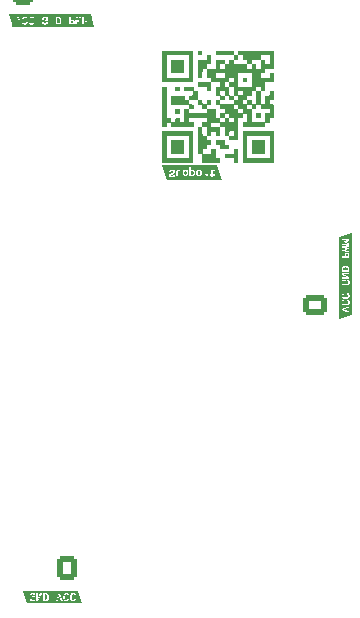
<source format=gbr>
%TF.GenerationSoftware,KiCad,Pcbnew,7.0.8*%
%TF.CreationDate,2024-01-11T14:36:18+01:00*%
%TF.ProjectId,Roborock-CPAP,526f626f-726f-4636-9b2d-435041502e6b,rev?*%
%TF.SameCoordinates,Original*%
%TF.FileFunction,Legend,Bot*%
%TF.FilePolarity,Positive*%
%FSLAX46Y46*%
G04 Gerber Fmt 4.6, Leading zero omitted, Abs format (unit mm)*
G04 Created by KiCad (PCBNEW 7.0.8) date 2024-01-11 14:36:18*
%MOMM*%
%LPD*%
G01*
G04 APERTURE LIST*
G04 Aperture macros list*
%AMRoundRect*
0 Rectangle with rounded corners*
0 $1 Rounding radius*
0 $2 $3 $4 $5 $6 $7 $8 $9 X,Y pos of 4 corners*
0 Add a 4 corners polygon primitive as box body*
4,1,4,$2,$3,$4,$5,$6,$7,$8,$9,$2,$3,0*
0 Add four circle primitives for the rounded corners*
1,1,$1+$1,$2,$3*
1,1,$1+$1,$4,$5*
1,1,$1+$1,$6,$7*
1,1,$1+$1,$8,$9*
0 Add four rect primitives between the rounded corners*
20,1,$1+$1,$2,$3,$4,$5,0*
20,1,$1+$1,$4,$5,$6,$7,0*
20,1,$1+$1,$6,$7,$8,$9,0*
20,1,$1+$1,$8,$9,$2,$3,0*%
G04 Aperture macros list end*
%ADD10C,3.600000*%
%ADD11RoundRect,0.250000X0.725000X-0.600000X0.725000X0.600000X-0.725000X0.600000X-0.725000X-0.600000X0*%
%ADD12O,1.950000X1.700000*%
%ADD13RoundRect,0.250000X-0.600000X-0.725000X0.600000X-0.725000X0.600000X0.725000X-0.600000X0.725000X0*%
%ADD14O,1.700000X1.950000*%
%ADD15RoundRect,0.250000X0.600000X0.750000X-0.600000X0.750000X-0.600000X-0.750000X0.600000X-0.750000X0*%
%ADD16O,1.700000X2.000000*%
G04 APERTURE END LIST*
%TO.C,kibuzzard-659FE8A4*%
G36*
X154494931Y-121480925D02*
G01*
X154537555Y-121497594D01*
X154567678Y-121525097D01*
X154587561Y-121565698D01*
X154598634Y-121622252D01*
X154602325Y-121697619D01*
X154598753Y-121768937D01*
X154588037Y-121822873D01*
X154568868Y-121862163D01*
X154539936Y-121889548D01*
X154499098Y-121907288D01*
X154444210Y-121917646D01*
X154399442Y-121921218D01*
X154362295Y-121922409D01*
X154362295Y-121475686D01*
X154437542Y-121472829D01*
X154494931Y-121480925D01*
G37*
G36*
X153355502Y-121168664D02*
G01*
X154147030Y-121168664D01*
X154408967Y-121168664D01*
X155691985Y-121168664D01*
X156213002Y-121168664D01*
X156784503Y-121168664D01*
X157013103Y-121168664D01*
X157211540Y-121168664D01*
X157530342Y-122231336D01*
X157211540Y-122231336D01*
X157013103Y-122231336D01*
X153086897Y-122231336D01*
X152888460Y-122231336D01*
X152728916Y-121699524D01*
X153086897Y-121699524D01*
X153089437Y-121780433D01*
X153097057Y-121847902D01*
X153109757Y-121901930D01*
X153140357Y-121962652D01*
X153186434Y-122002895D01*
X153227338Y-122019564D01*
X153278297Y-122029565D01*
X153339310Y-122032899D01*
X153418129Y-122028613D01*
X153477422Y-122015754D01*
X153520166Y-121992894D01*
X153549336Y-121958604D01*
X153567077Y-121910026D01*
X153575530Y-121844304D01*
X153457420Y-121844304D01*
X153443132Y-121895263D01*
X153407414Y-121920504D01*
X153340262Y-121928124D01*
X153293828Y-121922885D01*
X153259300Y-121907169D01*
X153234892Y-121879070D01*
X153218819Y-121836684D01*
X153209889Y-121776914D01*
X153206912Y-121696666D01*
X153210246Y-121618204D01*
X153220247Y-121559982D01*
X153237988Y-121518906D01*
X153264539Y-121491879D01*
X153302043Y-121476877D01*
X153352645Y-121471876D01*
X153411224Y-121476163D01*
X153458372Y-121490926D01*
X153458372Y-121636659D01*
X153324070Y-121636659D01*
X153324070Y-121740481D01*
X153573625Y-121740481D01*
X153573625Y-121417584D01*
X153514332Y-121392819D01*
X153464087Y-121377579D01*
X153451964Y-121375674D01*
X153659350Y-121375674D01*
X153659350Y-122023374D01*
X153807940Y-122023374D01*
X154040350Y-121515691D01*
X154043207Y-121515691D01*
X154029872Y-121650946D01*
X154029872Y-122023374D01*
X154147030Y-122023374D01*
X154240375Y-122023374D01*
X154298477Y-122026231D01*
X154350865Y-122027184D01*
X154402300Y-122025993D01*
X154435822Y-122023374D01*
X155350038Y-122023374D01*
X155473863Y-122023374D01*
X155614833Y-121518549D01*
X155619595Y-121518549D01*
X155760565Y-122023374D01*
X155884390Y-122023374D01*
X155787904Y-121698571D01*
X155957732Y-121698571D01*
X155960273Y-121779534D01*
X155967892Y-121847161D01*
X155980593Y-121901454D01*
X156011311Y-121962533D01*
X156057745Y-122002895D01*
X156099126Y-122019564D01*
X156150878Y-122029565D01*
X156213002Y-122032899D01*
X156288250Y-122028493D01*
X156344447Y-122015278D01*
X156384691Y-121991703D01*
X156412075Y-121956223D01*
X156428506Y-121906097D01*
X156435887Y-121838589D01*
X156316825Y-121838589D01*
X156304204Y-121882642D01*
X156285392Y-121910026D01*
X156256341Y-121924314D01*
X156213002Y-121929076D01*
X156166568Y-121923957D01*
X156132040Y-121908598D01*
X156107632Y-121880856D01*
X156091559Y-121838589D01*
X156082629Y-121778819D01*
X156079652Y-121698571D01*
X156529233Y-121698571D01*
X156531773Y-121779534D01*
X156539393Y-121847161D01*
X156552093Y-121901454D01*
X156582811Y-121962533D01*
X156629245Y-122002895D01*
X156670626Y-122019564D01*
X156722378Y-122029565D01*
X156784503Y-122032899D01*
X156859750Y-122028493D01*
X156915947Y-122015278D01*
X156956191Y-121991703D01*
X156983575Y-121956223D01*
X157000006Y-121906097D01*
X157007388Y-121838589D01*
X156888325Y-121838589D01*
X156875704Y-121882642D01*
X156856893Y-121910026D01*
X156827841Y-121924314D01*
X156784503Y-121929076D01*
X156738068Y-121923957D01*
X156703540Y-121908598D01*
X156679132Y-121880856D01*
X156663059Y-121838589D01*
X156654129Y-121778819D01*
X156651153Y-121698571D01*
X156654129Y-121619276D01*
X156663059Y-121560459D01*
X156679132Y-121518906D01*
X156703540Y-121491403D01*
X156738068Y-121476043D01*
X156784503Y-121470924D01*
X156832366Y-121475329D01*
X156863560Y-121488545D01*
X156894040Y-121555696D01*
X157013103Y-121555696D01*
X157004054Y-121489855D01*
X156986433Y-121440920D01*
X156958215Y-121406392D01*
X156917376Y-121383770D01*
X156860583Y-121371268D01*
X156784503Y-121367101D01*
X156722378Y-121370435D01*
X156670626Y-121380436D01*
X156629245Y-121397105D01*
X156582811Y-121437229D01*
X156552093Y-121497594D01*
X156539393Y-121551251D01*
X156531773Y-121618244D01*
X156529233Y-121698571D01*
X156079652Y-121698571D01*
X156082629Y-121619276D01*
X156091559Y-121560459D01*
X156107632Y-121518906D01*
X156132040Y-121491403D01*
X156166568Y-121476043D01*
X156213002Y-121470924D01*
X156260866Y-121475329D01*
X156292060Y-121488545D01*
X156322540Y-121555696D01*
X156441603Y-121555696D01*
X156432554Y-121489855D01*
X156414933Y-121440920D01*
X156386715Y-121406392D01*
X156345876Y-121383770D01*
X156289083Y-121371268D01*
X156213002Y-121367101D01*
X156150878Y-121370435D01*
X156099126Y-121380436D01*
X156057745Y-121397105D01*
X156011311Y-121437229D01*
X155980593Y-121497594D01*
X155967892Y-121551251D01*
X155960273Y-121618244D01*
X155957732Y-121698571D01*
X155787904Y-121698571D01*
X155691985Y-121375674D01*
X155542443Y-121375674D01*
X155350038Y-122023374D01*
X154435822Y-122023374D01*
X154448020Y-122022421D01*
X154514960Y-122012896D01*
X154570998Y-121998291D01*
X154616136Y-121978606D01*
X154666976Y-121936815D01*
X154700432Y-121878118D01*
X154714191Y-121827476D01*
X154722446Y-121765088D01*
X154725197Y-121690951D01*
X154722022Y-121613428D01*
X154712497Y-121548500D01*
X154696622Y-121496165D01*
X154658284Y-121436991D01*
X154600420Y-121397581D01*
X154549091Y-121381177D01*
X154485273Y-121371335D01*
X154408967Y-121368054D01*
X154358908Y-121368900D01*
X154302711Y-121371440D01*
X154240375Y-121375674D01*
X154240375Y-122023374D01*
X154147030Y-122023374D01*
X154147030Y-121375674D01*
X153998440Y-121375674D01*
X153766030Y-121883356D01*
X153763172Y-121883356D01*
X153776507Y-121748101D01*
X153776507Y-121375674D01*
X153659350Y-121375674D01*
X153451964Y-121375674D01*
X153414081Y-121369721D01*
X153355502Y-121367101D01*
X153290415Y-121370435D01*
X153236122Y-121380436D01*
X153192625Y-121397105D01*
X153143690Y-121437348D01*
X153111186Y-121498070D01*
X153097692Y-121551992D01*
X153089596Y-121619143D01*
X153086897Y-121699524D01*
X152728916Y-121699524D01*
X152569658Y-121168664D01*
X152888460Y-121168664D01*
X153086897Y-121168664D01*
X153355502Y-121168664D01*
G37*
%TO.C,kibuzzard-659E706B*%
G36*
X156692599Y-72920003D02*
G01*
X156731651Y-72927146D01*
X156777371Y-72958579D01*
X156790706Y-73021444D01*
X156775466Y-73081451D01*
X156724508Y-73111455D01*
X156681288Y-73118242D01*
X156623066Y-73120504D01*
X156580204Y-73120504D01*
X156580204Y-72917621D01*
X156640211Y-72917621D01*
X156692599Y-72920003D01*
G37*
G36*
X155548884Y-72680925D02*
G01*
X155591509Y-72697594D01*
X155621632Y-72725097D01*
X155641515Y-72765698D01*
X155652588Y-72822252D01*
X155656279Y-72897619D01*
X155652707Y-72968937D01*
X155641991Y-73022873D01*
X155622822Y-73062163D01*
X155593890Y-73089548D01*
X155553052Y-73107288D01*
X155498164Y-73117646D01*
X155453396Y-73121218D01*
X155416249Y-73122409D01*
X155416249Y-72675686D01*
X155491496Y-72672829D01*
X155548884Y-72680925D01*
G37*
G36*
X152173939Y-72368664D02*
G01*
X152694956Y-72368664D01*
X153266456Y-72368664D01*
X154409456Y-72368664D01*
X155200984Y-72368664D01*
X155462921Y-72368664D01*
X156580204Y-72368664D01*
X157445074Y-72368664D01*
X158068009Y-72368664D01*
X158266446Y-72368664D01*
X158585248Y-73431336D01*
X158266446Y-73431336D01*
X158068009Y-73431336D01*
X151831991Y-73431336D01*
X151633554Y-73431336D01*
X151571165Y-73223374D01*
X151831991Y-73223374D01*
X151955816Y-73223374D01*
X152096786Y-72718549D01*
X152101549Y-72718549D01*
X152242519Y-73223374D01*
X152366344Y-73223374D01*
X152269858Y-72898571D01*
X152439686Y-72898571D01*
X152442226Y-72979534D01*
X152449846Y-73047161D01*
X152462546Y-73101454D01*
X152493264Y-73162533D01*
X152539699Y-73202895D01*
X152581080Y-73219564D01*
X152632832Y-73229565D01*
X152694956Y-73232899D01*
X152770204Y-73228493D01*
X152826401Y-73215278D01*
X152866644Y-73191703D01*
X152894029Y-73156223D01*
X152910459Y-73106097D01*
X152917841Y-73038589D01*
X152798779Y-73038589D01*
X152786158Y-73082642D01*
X152767346Y-73110026D01*
X152738295Y-73124314D01*
X152694956Y-73129076D01*
X152648522Y-73123957D01*
X152613994Y-73108598D01*
X152589586Y-73080856D01*
X152573512Y-73038589D01*
X152564583Y-72978819D01*
X152561606Y-72898571D01*
X153011186Y-72898571D01*
X153013726Y-72979534D01*
X153021346Y-73047161D01*
X153034046Y-73101454D01*
X153064764Y-73162533D01*
X153111199Y-73202895D01*
X153152580Y-73219564D01*
X153204332Y-73229565D01*
X153266456Y-73232899D01*
X153341704Y-73228493D01*
X153397901Y-73215278D01*
X153438144Y-73191703D01*
X153465529Y-73156223D01*
X153481959Y-73106097D01*
X153489341Y-73038589D01*
X153370279Y-73038589D01*
X153357658Y-73082642D01*
X153338846Y-73110026D01*
X153309795Y-73124314D01*
X153266456Y-73129076D01*
X153220022Y-73123957D01*
X153185494Y-73108598D01*
X153161086Y-73080856D01*
X153145012Y-73038589D01*
X153136083Y-72978819D01*
X153133141Y-72899524D01*
X154140851Y-72899524D01*
X154143391Y-72980433D01*
X154151011Y-73047902D01*
X154163711Y-73101930D01*
X154194310Y-73162652D01*
X154240387Y-73202895D01*
X154281292Y-73219564D01*
X154332251Y-73229565D01*
X154393264Y-73232899D01*
X154472083Y-73228613D01*
X154531376Y-73215754D01*
X154574120Y-73192894D01*
X154603290Y-73158604D01*
X154621030Y-73110026D01*
X154629484Y-73044304D01*
X154511374Y-73044304D01*
X154497086Y-73095263D01*
X154461367Y-73120504D01*
X154394216Y-73128124D01*
X154347782Y-73122885D01*
X154313254Y-73107169D01*
X154288846Y-73079070D01*
X154272772Y-73036684D01*
X154263843Y-72976914D01*
X154260866Y-72896666D01*
X154264200Y-72818204D01*
X154274201Y-72759982D01*
X154291942Y-72718906D01*
X154318492Y-72691879D01*
X154355997Y-72676877D01*
X154406599Y-72671876D01*
X154465177Y-72676163D01*
X154512326Y-72690926D01*
X154512326Y-72836659D01*
X154378024Y-72836659D01*
X154378024Y-72940481D01*
X154627579Y-72940481D01*
X154627579Y-72617584D01*
X154568286Y-72592819D01*
X154518041Y-72577579D01*
X154505918Y-72575674D01*
X154713304Y-72575674D01*
X154713304Y-73223374D01*
X154861894Y-73223374D01*
X155094304Y-72715691D01*
X155097161Y-72715691D01*
X155083826Y-72850946D01*
X155083826Y-73223374D01*
X155200984Y-73223374D01*
X155294329Y-73223374D01*
X155352431Y-73226231D01*
X155404819Y-73227184D01*
X155456254Y-73225993D01*
X155489776Y-73223374D01*
X156458284Y-73223374D01*
X156606874Y-73226231D01*
X156680798Y-73224168D01*
X156688717Y-73223374D01*
X156964061Y-73223374D01*
X157068836Y-73223374D01*
X157105984Y-72713786D01*
X157106936Y-72713786D01*
X157113604Y-72831896D01*
X157174564Y-73223374D01*
X157311724Y-73223374D01*
X157370779Y-72831896D01*
X157378399Y-72713786D01*
X157379351Y-72713786D01*
X157417451Y-73223374D01*
X157522226Y-73223374D01*
X157445074Y-72575674D01*
X157562231Y-72575674D01*
X157562231Y-73223374D01*
X157706059Y-73223374D01*
X157809881Y-72912859D01*
X157820359Y-72912859D01*
X157926086Y-73223374D01*
X158068009Y-73223374D01*
X158068009Y-72575674D01*
X157955614Y-72575674D01*
X157955614Y-72903334D01*
X157967044Y-73071926D01*
X157963234Y-73071926D01*
X157863221Y-72791891D01*
X157767019Y-72791891D01*
X157667006Y-73071926D01*
X157663196Y-73071926D01*
X157674626Y-72903334D01*
X157674626Y-72575674D01*
X157562231Y-72575674D01*
X157445074Y-72575674D01*
X157318391Y-72575674D01*
X157245049Y-73139554D01*
X157241239Y-73139554D01*
X157166944Y-72575674D01*
X157041214Y-72575674D01*
X156964061Y-73223374D01*
X156688717Y-73223374D01*
X156742552Y-73217976D01*
X156792135Y-73207658D01*
X156847856Y-73182535D01*
X156884528Y-73144316D01*
X156904887Y-73090262D01*
X156911674Y-73017634D01*
X156905840Y-72945958D01*
X156888338Y-72892856D01*
X156856786Y-72855352D01*
X156808804Y-72830468D01*
X156766153Y-72820149D01*
X156713130Y-72813957D01*
X156649736Y-72811894D01*
X156580204Y-72811894D01*
X156580204Y-72575674D01*
X156458284Y-72575674D01*
X156458284Y-73223374D01*
X155489776Y-73223374D01*
X155501974Y-73222421D01*
X155568913Y-73212896D01*
X155624952Y-73198291D01*
X155670090Y-73178606D01*
X155720930Y-73136815D01*
X155754386Y-73078118D01*
X155768145Y-73027476D01*
X155776400Y-72965088D01*
X155779151Y-72890951D01*
X155775976Y-72813428D01*
X155766451Y-72748500D01*
X155750576Y-72696165D01*
X155712238Y-72636991D01*
X155654374Y-72597581D01*
X155603045Y-72581177D01*
X155539227Y-72571335D01*
X155462921Y-72568054D01*
X155412862Y-72568900D01*
X155356665Y-72571440D01*
X155294329Y-72575674D01*
X155294329Y-73223374D01*
X155200984Y-73223374D01*
X155200984Y-72575674D01*
X155052394Y-72575674D01*
X154819984Y-73083356D01*
X154817126Y-73083356D01*
X154830461Y-72948101D01*
X154830461Y-72575674D01*
X154713304Y-72575674D01*
X154505918Y-72575674D01*
X154468035Y-72569721D01*
X154409456Y-72567101D01*
X154344369Y-72570435D01*
X154290076Y-72580436D01*
X154246579Y-72597105D01*
X154197644Y-72637348D01*
X154165140Y-72698070D01*
X154151646Y-72751992D01*
X154143550Y-72819143D01*
X154140851Y-72899524D01*
X153133141Y-72899524D01*
X153133106Y-72898571D01*
X153136083Y-72819276D01*
X153145012Y-72760459D01*
X153161086Y-72718906D01*
X153185494Y-72691403D01*
X153220022Y-72676043D01*
X153266456Y-72670924D01*
X153314319Y-72675329D01*
X153345514Y-72688545D01*
X153375994Y-72755696D01*
X153495056Y-72755696D01*
X153486007Y-72689855D01*
X153468386Y-72640920D01*
X153440168Y-72606392D01*
X153399330Y-72583770D01*
X153342537Y-72571268D01*
X153266456Y-72567101D01*
X153204332Y-72570435D01*
X153152580Y-72580436D01*
X153111199Y-72597105D01*
X153064764Y-72637229D01*
X153034046Y-72697594D01*
X153021346Y-72751251D01*
X153013726Y-72818244D01*
X153011186Y-72898571D01*
X152561606Y-72898571D01*
X152564583Y-72819276D01*
X152573512Y-72760459D01*
X152589586Y-72718906D01*
X152613994Y-72691403D01*
X152648522Y-72676043D01*
X152694956Y-72670924D01*
X152742819Y-72675329D01*
X152774014Y-72688545D01*
X152804494Y-72755696D01*
X152923556Y-72755696D01*
X152914507Y-72689855D01*
X152896886Y-72640920D01*
X152868668Y-72606392D01*
X152827830Y-72583770D01*
X152771037Y-72571268D01*
X152694956Y-72567101D01*
X152632832Y-72570435D01*
X152581080Y-72580436D01*
X152539699Y-72597105D01*
X152493264Y-72637229D01*
X152462546Y-72697594D01*
X152449846Y-72751251D01*
X152442226Y-72818244D01*
X152439686Y-72898571D01*
X152269858Y-72898571D01*
X152173939Y-72575674D01*
X152024396Y-72575674D01*
X151831991Y-73223374D01*
X151571165Y-73223374D01*
X151314752Y-72368664D01*
X151633554Y-72368664D01*
X151831991Y-72368664D01*
X152173939Y-72368664D01*
G37*
%TO.C,kibuzzard-659FE543*%
G36*
X166357557Y-85628556D02*
G01*
X166394705Y-85676657D01*
X166402920Y-85717496D01*
X166405659Y-85772384D01*
X166402920Y-85828105D01*
X166394705Y-85869539D01*
X166357557Y-85918116D01*
X166282786Y-85932404D01*
X166215159Y-85918116D01*
X166181345Y-85869539D01*
X166173844Y-85828105D01*
X166171344Y-85772384D01*
X166173844Y-85717496D01*
X166181345Y-85676657D01*
X166215159Y-85628556D01*
X166282786Y-85614269D01*
X166357557Y-85628556D01*
G37*
G36*
X166929057Y-85628556D02*
G01*
X166966205Y-85676657D01*
X166974420Y-85717496D01*
X166977159Y-85772384D01*
X166974420Y-85828105D01*
X166966205Y-85869539D01*
X166929057Y-85918116D01*
X166854286Y-85932404D01*
X166786659Y-85918116D01*
X166752845Y-85869539D01*
X166745344Y-85828105D01*
X166742844Y-85772384D01*
X166745344Y-85717496D01*
X166752845Y-85676657D01*
X166786659Y-85628556D01*
X166854286Y-85614269D01*
X166929057Y-85628556D01*
G37*
G36*
X167511987Y-85628556D02*
G01*
X167548182Y-85676657D01*
X167556398Y-85717734D01*
X167559136Y-85773336D01*
X167556398Y-85829772D01*
X167548182Y-85871444D01*
X167511987Y-85920497D01*
X167439121Y-85935261D01*
X167366255Y-85920497D01*
X167330060Y-85871444D01*
X167321845Y-85829772D01*
X167319106Y-85773336D01*
X167321845Y-85717734D01*
X167330060Y-85676657D01*
X167366255Y-85628556D01*
X167439121Y-85614269D01*
X167511987Y-85628556D01*
G37*
G36*
X165155026Y-85120556D02*
G01*
X165669376Y-85120556D01*
X166173249Y-85120556D01*
X166744749Y-85120556D01*
X167439121Y-85120556D01*
X167945851Y-85120556D01*
X168644034Y-85120556D01*
X168795481Y-85120556D01*
X168993919Y-85120556D01*
X169371585Y-86379444D01*
X168993919Y-86379444D01*
X168795481Y-86379444D01*
X164904519Y-86379444D01*
X164706081Y-86379444D01*
X164507961Y-85719044D01*
X164907376Y-85719044D01*
X165026439Y-85719044D01*
X165041679Y-85657607D01*
X165082160Y-85627604D01*
X165116331Y-85621174D01*
X165162646Y-85619031D01*
X165233607Y-85625699D01*
X165269326Y-85649035D01*
X165279804Y-85696184D01*
X165264564Y-85744761D01*
X165214557Y-85781432D01*
X165172528Y-85798697D01*
X165115974Y-85817151D01*
X165045132Y-85841083D01*
X164992625Y-85865252D01*
X164955597Y-85891803D01*
X164931189Y-85922879D01*
X164917616Y-85960741D01*
X164913091Y-86007651D01*
X164918449Y-86067659D01*
X164934522Y-86112426D01*
X164963336Y-86144216D01*
X165006912Y-86165290D01*
X165068468Y-86177077D01*
X165151216Y-86181006D01*
X165232298Y-86176958D01*
X165292662Y-86164814D01*
X165335644Y-86142906D01*
X165364576Y-86109569D01*
X165380769Y-86062182D01*
X165383832Y-86020986D01*
X165501736Y-86020986D01*
X165617941Y-86020986D01*
X165617941Y-85704756D01*
X165635562Y-85633319D01*
X165702714Y-85614269D01*
X165747243Y-85617602D01*
X165779866Y-85627604D01*
X165817966Y-85672847D01*
X165826539Y-85711543D01*
X165829396Y-85763811D01*
X165829396Y-86020986D01*
X165945601Y-86020986D01*
X166057996Y-86020986D01*
X166173249Y-86020986D01*
X166173249Y-85972409D01*
X166180869Y-85972409D01*
X166238019Y-86019081D01*
X166307551Y-86031464D01*
X166382561Y-86025630D01*
X166397282Y-86020986D01*
X166629496Y-86020986D01*
X166744749Y-86020986D01*
X166744749Y-85972409D01*
X166752369Y-85972409D01*
X166809519Y-86019081D01*
X166879051Y-86031464D01*
X166954061Y-86025630D01*
X167009544Y-86008127D01*
X167048715Y-85976814D01*
X167074790Y-85929546D01*
X167085638Y-85887530D01*
X167092147Y-85835143D01*
X167094283Y-85773336D01*
X167202901Y-85773336D01*
X167205282Y-85836625D01*
X167212426Y-85889330D01*
X167224332Y-85931451D01*
X167252908Y-85978719D01*
X167295770Y-86010032D01*
X167356611Y-86027535D01*
X167439121Y-86033369D01*
X167521632Y-86027535D01*
X167544397Y-86020986D01*
X167831551Y-86020986D01*
X167936326Y-86020986D01*
X167931564Y-85919069D01*
X167942041Y-85919069D01*
X167972283Y-85968122D01*
X167992524Y-85997174D01*
X168024909Y-86020986D01*
X168087774Y-86025749D01*
X168150639Y-86025272D01*
X168209694Y-86023844D01*
X168209694Y-85922879D01*
X168357331Y-85922879D01*
X168380191Y-86020986D01*
X168484014Y-86020986D01*
X168484014Y-86121951D01*
X168594504Y-86168624D01*
X168594504Y-86020986D01*
X168780241Y-86020986D01*
X168780241Y-85922879D01*
X168594504Y-85922879D01*
X168594504Y-85686659D01*
X168599743Y-85641891D01*
X168622603Y-85620936D01*
X168676419Y-85614269D01*
X168726663Y-85617126D01*
X168795481Y-85625699D01*
X168795481Y-85525686D01*
X168708089Y-85516399D01*
X168644034Y-85513304D01*
X168583788Y-85517828D01*
X168540211Y-85531401D01*
X168492586Y-85585217D01*
X168483299Y-85627485D01*
X168480204Y-85682849D01*
X168480204Y-85922879D01*
X168357331Y-85922879D01*
X168209694Y-85922879D01*
X168209694Y-85909544D01*
X168151591Y-85910496D01*
X168085869Y-85909306D01*
X168037291Y-85905734D01*
X167996334Y-85880969D01*
X167960139Y-85828105D01*
X167945851Y-85768574D01*
X167945851Y-85523781D01*
X167831551Y-85523781D01*
X167831551Y-86020986D01*
X167544397Y-86020986D01*
X167582473Y-86010032D01*
X167625335Y-85978719D01*
X167653910Y-85931451D01*
X167665816Y-85889330D01*
X167672960Y-85836625D01*
X167675341Y-85773336D01*
X167672960Y-85710630D01*
X167665816Y-85658401D01*
X167653910Y-85616650D01*
X167625216Y-85569739D01*
X167581996Y-85538545D01*
X167521036Y-85521043D01*
X167439121Y-85515209D01*
X167357206Y-85521043D01*
X167296246Y-85538545D01*
X167253027Y-85569739D01*
X167224332Y-85616650D01*
X167212426Y-85658401D01*
X167205282Y-85710630D01*
X167202901Y-85773336D01*
X167094283Y-85773336D01*
X167094316Y-85772384D01*
X167092200Y-85710207D01*
X167085850Y-85658295D01*
X167075266Y-85616650D01*
X167049668Y-85569739D01*
X167010972Y-85538545D01*
X166956085Y-85521043D01*
X166881909Y-85515209D01*
X166837141Y-85518304D01*
X166803804Y-85527591D01*
X166752369Y-85574264D01*
X166744749Y-85574264D01*
X166744749Y-85318994D01*
X166629496Y-85318994D01*
X166629496Y-86020986D01*
X166397282Y-86020986D01*
X166438044Y-86008127D01*
X166477215Y-85976814D01*
X166503290Y-85929546D01*
X166514138Y-85887530D01*
X166520647Y-85835143D01*
X166522816Y-85772384D01*
X166520700Y-85710207D01*
X166514350Y-85658295D01*
X166503766Y-85616650D01*
X166478168Y-85569739D01*
X166439472Y-85538545D01*
X166384585Y-85521043D01*
X166310409Y-85515209D01*
X166265641Y-85518304D01*
X166232304Y-85527591D01*
X166180869Y-85574264D01*
X166173249Y-85574264D01*
X166173249Y-85318994D01*
X166057996Y-85318994D01*
X166057996Y-86020986D01*
X165945601Y-86020986D01*
X165945601Y-85523781D01*
X165829396Y-85523781D01*
X165829396Y-85593314D01*
X165821776Y-85593314D01*
X165795225Y-85555571D01*
X165765102Y-85531877D01*
X165725217Y-85519376D01*
X165669376Y-85515209D01*
X165611155Y-85519495D01*
X165567935Y-85532354D01*
X165537336Y-85555452D01*
X165516976Y-85590456D01*
X165505546Y-85639986D01*
X165501736Y-85706661D01*
X165501736Y-86020986D01*
X165383832Y-86020986D01*
X165385531Y-85998126D01*
X165264564Y-85998126D01*
X165250752Y-86046227D01*
X165215510Y-86070040D01*
X165147406Y-86077184D01*
X165077397Y-86070516D01*
X165042631Y-86048609D01*
X165032154Y-86003841D01*
X165068825Y-85954787D01*
X165119903Y-85931332D01*
X165199794Y-85903829D01*
X165268969Y-85878826D01*
X165320285Y-85853346D01*
X165356599Y-85824890D01*
X165380769Y-85790957D01*
X165394342Y-85749167D01*
X165398866Y-85697136D01*
X165393389Y-85633795D01*
X165376959Y-85586646D01*
X165347550Y-85553309D01*
X165303140Y-85531401D01*
X165240156Y-85519257D01*
X165155026Y-85515209D01*
X165067277Y-85519733D01*
X165002150Y-85533306D01*
X164956311Y-85557833D01*
X164926426Y-85595219D01*
X164910710Y-85648082D01*
X164907376Y-85719044D01*
X164507961Y-85719044D01*
X164328415Y-85120556D01*
X164706081Y-85120556D01*
X164904519Y-85120556D01*
X165155026Y-85120556D01*
G37*
%TO.C,kibuzzard-659E705B*%
G36*
X180031451Y-92674534D02*
G01*
X180061455Y-92725492D01*
X180068242Y-92768712D01*
X180070504Y-92826934D01*
X180070504Y-92869796D01*
X179867621Y-92869796D01*
X179867621Y-92809789D01*
X179870003Y-92757401D01*
X179877146Y-92718349D01*
X179908579Y-92672629D01*
X179971444Y-92659294D01*
X180031451Y-92674534D01*
G37*
G36*
X179918937Y-93797293D02*
G01*
X179972873Y-93808009D01*
X180012163Y-93827178D01*
X180039548Y-93856110D01*
X180057288Y-93896948D01*
X180067646Y-93951836D01*
X180071218Y-93996604D01*
X180072409Y-94033751D01*
X179625686Y-94033751D01*
X179622829Y-93958504D01*
X179630925Y-93901116D01*
X179647594Y-93858491D01*
X179675097Y-93828368D01*
X179715698Y-93808485D01*
X179772252Y-93797412D01*
X179847619Y-93793721D01*
X179918937Y-93797293D01*
G37*
G36*
X180381336Y-91183554D02*
G01*
X180381336Y-91381991D01*
X180381336Y-97618009D01*
X180381336Y-97816446D01*
X179318664Y-98135248D01*
X179318664Y-97816446D01*
X179318664Y-97618009D01*
X179318664Y-97276061D01*
X179525674Y-97276061D01*
X179525674Y-97425604D01*
X180173374Y-97618009D01*
X180173374Y-97494184D01*
X179668549Y-97353214D01*
X179668549Y-97348451D01*
X180173374Y-97207481D01*
X180173374Y-97083656D01*
X179525674Y-97276061D01*
X179318664Y-97276061D01*
X179318664Y-96755044D01*
X179517101Y-96755044D01*
X179520435Y-96817168D01*
X179530436Y-96868920D01*
X179547105Y-96910301D01*
X179587229Y-96956736D01*
X179647594Y-96987454D01*
X179701251Y-97000154D01*
X179768244Y-97007774D01*
X179848571Y-97010314D01*
X179929534Y-97007774D01*
X179997161Y-97000154D01*
X180051454Y-96987454D01*
X180112533Y-96956736D01*
X180152895Y-96910301D01*
X180169564Y-96868920D01*
X180179565Y-96817168D01*
X180182899Y-96755044D01*
X180178493Y-96679796D01*
X180165278Y-96623599D01*
X180141703Y-96583356D01*
X180106223Y-96555971D01*
X180056097Y-96539541D01*
X179988589Y-96532159D01*
X179988589Y-96651221D01*
X180032642Y-96663842D01*
X180060026Y-96682654D01*
X180074314Y-96711705D01*
X180079076Y-96755044D01*
X180073957Y-96801478D01*
X180058598Y-96836006D01*
X180030856Y-96860414D01*
X179988589Y-96876488D01*
X179928819Y-96885417D01*
X179848571Y-96888394D01*
X179769276Y-96885417D01*
X179710459Y-96876488D01*
X179668906Y-96860414D01*
X179641403Y-96836006D01*
X179626043Y-96801478D01*
X179620924Y-96755044D01*
X179625329Y-96707181D01*
X179638545Y-96675986D01*
X179705696Y-96645506D01*
X179705696Y-96526444D01*
X179639855Y-96535493D01*
X179590920Y-96553114D01*
X179556392Y-96581332D01*
X179533770Y-96622170D01*
X179521268Y-96678963D01*
X179517101Y-96755044D01*
X179318664Y-96755044D01*
X179318664Y-96183544D01*
X179517101Y-96183544D01*
X179520435Y-96245668D01*
X179530436Y-96297420D01*
X179547105Y-96338801D01*
X179587229Y-96385236D01*
X179647594Y-96415954D01*
X179701251Y-96428654D01*
X179768244Y-96436274D01*
X179848571Y-96438814D01*
X179929534Y-96436274D01*
X179997161Y-96428654D01*
X180051454Y-96415954D01*
X180112533Y-96385236D01*
X180152895Y-96338801D01*
X180169564Y-96297420D01*
X180179565Y-96245668D01*
X180182899Y-96183544D01*
X180178493Y-96108296D01*
X180165278Y-96052099D01*
X180141703Y-96011856D01*
X180106223Y-95984471D01*
X180056097Y-95968041D01*
X179988589Y-95960659D01*
X179988589Y-96079721D01*
X180032642Y-96092342D01*
X180060026Y-96111154D01*
X180074314Y-96140205D01*
X180079076Y-96183544D01*
X180073957Y-96229978D01*
X180058598Y-96264506D01*
X180030856Y-96288914D01*
X179988589Y-96304988D01*
X179928819Y-96313917D01*
X179848571Y-96316894D01*
X179769276Y-96313917D01*
X179710459Y-96304988D01*
X179668906Y-96288914D01*
X179641403Y-96264506D01*
X179626043Y-96229978D01*
X179620924Y-96183544D01*
X179625329Y-96135681D01*
X179638545Y-96104486D01*
X179705696Y-96074006D01*
X179705696Y-95954944D01*
X179639855Y-95963993D01*
X179590920Y-95981614D01*
X179556392Y-96009832D01*
X179533770Y-96050670D01*
X179521268Y-96107463D01*
X179517101Y-96183544D01*
X179318664Y-96183544D01*
X179318664Y-95040544D01*
X179517101Y-95040544D01*
X179520435Y-95105631D01*
X179530436Y-95159924D01*
X179547105Y-95203421D01*
X179587348Y-95252356D01*
X179648070Y-95284860D01*
X179701992Y-95298354D01*
X179769143Y-95306450D01*
X179849524Y-95309149D01*
X179930433Y-95306609D01*
X179997902Y-95298989D01*
X180051930Y-95286289D01*
X180112652Y-95255690D01*
X180152895Y-95209613D01*
X180169564Y-95168708D01*
X180179565Y-95117749D01*
X180182899Y-95056736D01*
X180178613Y-94977917D01*
X180165754Y-94918624D01*
X180142894Y-94875880D01*
X180108604Y-94846710D01*
X180060026Y-94828970D01*
X179994304Y-94820516D01*
X179994304Y-94938626D01*
X180045263Y-94952914D01*
X180070504Y-94988633D01*
X180078124Y-95055784D01*
X180072885Y-95102218D01*
X180057169Y-95136746D01*
X180029070Y-95161154D01*
X179986684Y-95177228D01*
X179926914Y-95186157D01*
X179846666Y-95189134D01*
X179768204Y-95185800D01*
X179709982Y-95175799D01*
X179668906Y-95158058D01*
X179641879Y-95131508D01*
X179626877Y-95094003D01*
X179621876Y-95043401D01*
X179626163Y-94984823D01*
X179640926Y-94937674D01*
X179786659Y-94937674D01*
X179786659Y-95071976D01*
X179890481Y-95071976D01*
X179890481Y-94822421D01*
X179567584Y-94822421D01*
X179542819Y-94881714D01*
X179527579Y-94931959D01*
X179519721Y-94981965D01*
X179517101Y-95040544D01*
X179318664Y-95040544D01*
X179318664Y-94249016D01*
X179525674Y-94249016D01*
X179525674Y-94397606D01*
X180033356Y-94630016D01*
X180033356Y-94632874D01*
X179898101Y-94619539D01*
X179525674Y-94619539D01*
X179525674Y-94736696D01*
X180173374Y-94736696D01*
X180173374Y-94588106D01*
X179665691Y-94355696D01*
X179665691Y-94352839D01*
X179800946Y-94366174D01*
X180173374Y-94366174D01*
X180173374Y-94249016D01*
X179525674Y-94249016D01*
X179318664Y-94249016D01*
X179318664Y-93987079D01*
X179518054Y-93987079D01*
X179518900Y-94037138D01*
X179521440Y-94093335D01*
X179525674Y-94155671D01*
X180173374Y-94155671D01*
X180176231Y-94097569D01*
X180177184Y-94045181D01*
X180175993Y-93993746D01*
X180172421Y-93948026D01*
X180162896Y-93881087D01*
X180148291Y-93825048D01*
X180128606Y-93779910D01*
X180086815Y-93729070D01*
X180028118Y-93695614D01*
X179977476Y-93681855D01*
X179915088Y-93673600D01*
X179840951Y-93670849D01*
X179763428Y-93674024D01*
X179698500Y-93683549D01*
X179646165Y-93699424D01*
X179586991Y-93737762D01*
X179547581Y-93795626D01*
X179531177Y-93846955D01*
X179521335Y-93910773D01*
X179518054Y-93987079D01*
X179318664Y-93987079D01*
X179318664Y-92869796D01*
X179525674Y-92869796D01*
X179525674Y-92991716D01*
X180173374Y-92991716D01*
X180176231Y-92843126D01*
X180174168Y-92769202D01*
X180167976Y-92707448D01*
X180157658Y-92657865D01*
X180132535Y-92602144D01*
X180094316Y-92565472D01*
X180040262Y-92545113D01*
X179967634Y-92538326D01*
X179895958Y-92544160D01*
X179842856Y-92561662D01*
X179805352Y-92593214D01*
X179780468Y-92641196D01*
X179770149Y-92683847D01*
X179763957Y-92736870D01*
X179761894Y-92800264D01*
X179761894Y-92869796D01*
X179525674Y-92869796D01*
X179318664Y-92869796D01*
X179318664Y-92004926D01*
X179525674Y-92004926D01*
X179525674Y-92131609D01*
X180089554Y-92204951D01*
X180089554Y-92208761D01*
X179525674Y-92283056D01*
X179525674Y-92408786D01*
X180173374Y-92485939D01*
X180173374Y-92381164D01*
X179663786Y-92344016D01*
X179663786Y-92343064D01*
X179781896Y-92336396D01*
X180173374Y-92275436D01*
X180173374Y-92138276D01*
X179781896Y-92079221D01*
X179663786Y-92071601D01*
X179663786Y-92070649D01*
X180173374Y-92032549D01*
X180173374Y-91927774D01*
X179525674Y-92004926D01*
X179318664Y-92004926D01*
X179318664Y-91381991D01*
X179525674Y-91381991D01*
X179525674Y-91494386D01*
X179853334Y-91494386D01*
X180021926Y-91482956D01*
X180021926Y-91486766D01*
X179741891Y-91586779D01*
X179741891Y-91682981D01*
X180021926Y-91782994D01*
X180021926Y-91786804D01*
X179853334Y-91775374D01*
X179525674Y-91775374D01*
X179525674Y-91887769D01*
X180173374Y-91887769D01*
X180173374Y-91743941D01*
X179862859Y-91640119D01*
X179862859Y-91629641D01*
X180173374Y-91523914D01*
X180173374Y-91381991D01*
X179525674Y-91381991D01*
X179318664Y-91381991D01*
X179318664Y-91183554D01*
X180381336Y-90864752D01*
X180381336Y-91183554D01*
G37*
%TO.C,G\u002A\u002A\u002A*%
G36*
X165833510Y-78678687D02*
G01*
X165833510Y-78872309D01*
X165639888Y-78872309D01*
X165446266Y-78872309D01*
X165446266Y-78678687D01*
X165446266Y-78485065D01*
X165639888Y-78485065D01*
X165833510Y-78485065D01*
X165833510Y-78678687D01*
G37*
G36*
X165833510Y-80575389D02*
G01*
X165833510Y-80769010D01*
X165639888Y-80769010D01*
X165446266Y-80769010D01*
X165446266Y-80575389D01*
X165446266Y-80381767D01*
X165639888Y-80381767D01*
X165833510Y-80381767D01*
X165833510Y-80575389D01*
G37*
G36*
X166204947Y-76785936D02*
G01*
X166204947Y-77354947D01*
X165635937Y-77354947D01*
X165066926Y-77354947D01*
X165066926Y-76785936D01*
X165066926Y-76216926D01*
X165635937Y-76216926D01*
X166204947Y-76216926D01*
X166204947Y-76785936D01*
G37*
G36*
X166204947Y-83614063D02*
G01*
X166204947Y-84183074D01*
X165635937Y-84183074D01*
X165066926Y-84183074D01*
X165066926Y-83614063D01*
X165066926Y-83045053D01*
X165635937Y-83045053D01*
X166204947Y-83045053D01*
X166204947Y-83614063D01*
G37*
G36*
X167730212Y-75643964D02*
G01*
X167730212Y-75837585D01*
X167536590Y-75837585D01*
X167342968Y-75837585D01*
X167342968Y-75643964D01*
X167342968Y-75450342D01*
X167536590Y-75450342D01*
X167730212Y-75450342D01*
X167730212Y-75643964D01*
G37*
G36*
X171523616Y-77920006D02*
G01*
X171523616Y-78113628D01*
X171329994Y-78113628D01*
X171136372Y-78113628D01*
X171136372Y-77920006D01*
X171136372Y-77726384D01*
X171329994Y-77726384D01*
X171523616Y-77726384D01*
X171523616Y-77920006D01*
G37*
G36*
X172661637Y-80954729D02*
G01*
X172661637Y-81148351D01*
X172468015Y-81148351D01*
X172274393Y-81148351D01*
X172274393Y-80954729D01*
X172274393Y-80761108D01*
X172468015Y-80761108D01*
X172661637Y-80761108D01*
X172661637Y-80954729D01*
G37*
G36*
X173033074Y-83614063D02*
G01*
X173033074Y-84183074D01*
X172464064Y-84183074D01*
X171895053Y-84183074D01*
X171895053Y-83614063D01*
X171895053Y-83045053D01*
X172464064Y-83045053D01*
X173033074Y-83045053D01*
X173033074Y-83614063D01*
G37*
G36*
X166963628Y-76785936D02*
G01*
X166963628Y-78113628D01*
X165635937Y-78113628D01*
X164308245Y-78113628D01*
X164308245Y-77734287D01*
X164687586Y-77734287D01*
X165635937Y-77734287D01*
X166584288Y-77734287D01*
X166584288Y-76785936D01*
X166584288Y-75837585D01*
X165635937Y-75837585D01*
X164687586Y-75837585D01*
X164687586Y-76785936D01*
X164687586Y-77734287D01*
X164308245Y-77734287D01*
X164308245Y-76785936D01*
X164308245Y-75458245D01*
X165635937Y-75458245D01*
X166963628Y-75458245D01*
X166963628Y-76785936D01*
G37*
G36*
X166963628Y-83614063D02*
G01*
X166963628Y-84941755D01*
X165635937Y-84941755D01*
X164308245Y-84941755D01*
X164308245Y-84562414D01*
X164687586Y-84562414D01*
X165635937Y-84562414D01*
X166584288Y-84562414D01*
X166584288Y-83614063D01*
X166584288Y-82665712D01*
X165635937Y-82665712D01*
X164687586Y-82665712D01*
X164687586Y-83614063D01*
X164687586Y-84562414D01*
X164308245Y-84562414D01*
X164308245Y-83614063D01*
X164308245Y-82286372D01*
X165635937Y-82286372D01*
X166963628Y-82286372D01*
X166963628Y-83614063D01*
G37*
G36*
X173791755Y-83614063D02*
G01*
X173791755Y-84941755D01*
X172464064Y-84941755D01*
X171136372Y-84941755D01*
X171136372Y-84562414D01*
X171515713Y-84562414D01*
X172464064Y-84562414D01*
X173412415Y-84562414D01*
X173412415Y-83614063D01*
X173412415Y-82665712D01*
X172464064Y-82665712D01*
X171515713Y-82665712D01*
X171515713Y-83614063D01*
X171515713Y-84562414D01*
X171136372Y-84562414D01*
X171136372Y-83614063D01*
X171136372Y-82286372D01*
X172464064Y-82286372D01*
X173791755Y-82286372D01*
X173791755Y-83614063D01*
G37*
G36*
X169213847Y-83034005D02*
G01*
X169239377Y-83034271D01*
X169251525Y-83034781D01*
X169255645Y-83035091D01*
X169274662Y-83035690D01*
X169305791Y-83036214D01*
X169346545Y-83036633D01*
X169394436Y-83036919D01*
X169446979Y-83037042D01*
X169626628Y-83037150D01*
X169628746Y-83224844D01*
X169630865Y-83412539D01*
X169818560Y-83414658D01*
X170006254Y-83416776D01*
X170006254Y-83610255D01*
X170006254Y-83803734D01*
X169622962Y-83803734D01*
X169239670Y-83803734D01*
X169239670Y-83614063D01*
X169239670Y-83424393D01*
X169050000Y-83424393D01*
X168860330Y-83424393D01*
X168860330Y-83230915D01*
X168860330Y-83037436D01*
X169048024Y-83035032D01*
X169081170Y-83034644D01*
X169132322Y-83034194D01*
X169177354Y-83033980D01*
X169213847Y-83034005D01*
G37*
G36*
X170765217Y-83981549D02*
G01*
X170765237Y-83995558D01*
X170765321Y-84063940D01*
X170765393Y-84141132D01*
X170765449Y-84221456D01*
X170765486Y-84299236D01*
X170765499Y-84368793D01*
X170765499Y-84383907D01*
X170765479Y-84455878D01*
X170765438Y-84534754D01*
X170765377Y-84614858D01*
X170765302Y-84690511D01*
X170765217Y-84756036D01*
X170764935Y-84941755D01*
X170571313Y-84941755D01*
X170377691Y-84941755D01*
X170377691Y-84752085D01*
X170377691Y-84562414D01*
X169998351Y-84562414D01*
X169619011Y-84562414D01*
X169619011Y-84368793D01*
X169619011Y-84175171D01*
X169806705Y-84174725D01*
X169808408Y-84174720D01*
X169877218Y-84174499D01*
X169955425Y-84174159D01*
X170036794Y-84173732D01*
X170115087Y-84173251D01*
X170184070Y-84172749D01*
X170373740Y-84171220D01*
X170375859Y-83983525D01*
X170377978Y-83795831D01*
X170571456Y-83795831D01*
X170764935Y-83795831D01*
X170765217Y-83981549D01*
G37*
G36*
X169454237Y-75447622D02*
G01*
X169541536Y-75447828D01*
X169626914Y-75448147D01*
X169689384Y-75448420D01*
X169776105Y-75448778D01*
X169862659Y-75449112D01*
X169946441Y-75449415D01*
X170024843Y-75449676D01*
X170095260Y-75449887D01*
X170155084Y-75450039D01*
X170201708Y-75450123D01*
X170385308Y-75450342D01*
X170387427Y-75638037D01*
X170389546Y-75825731D01*
X170573289Y-75827852D01*
X170757032Y-75829974D01*
X170757032Y-75640158D01*
X170757032Y-75450342D01*
X170944726Y-75450124D01*
X170945907Y-75450123D01*
X171071910Y-75449993D01*
X171203429Y-75449888D01*
X171339608Y-75449808D01*
X171479597Y-75449751D01*
X171622541Y-75449717D01*
X171767588Y-75449705D01*
X171913886Y-75449714D01*
X172060581Y-75449743D01*
X172206820Y-75449791D01*
X172351752Y-75449858D01*
X172494523Y-75449943D01*
X172634280Y-75450045D01*
X172770170Y-75450164D01*
X172901341Y-75450297D01*
X173026940Y-75450446D01*
X173146114Y-75450608D01*
X173258010Y-75450783D01*
X173361775Y-75450970D01*
X173456557Y-75451169D01*
X173541503Y-75451379D01*
X173615760Y-75451598D01*
X173678475Y-75451826D01*
X173728795Y-75452063D01*
X173765868Y-75452307D01*
X173788841Y-75452557D01*
X173796860Y-75452813D01*
X173797008Y-75453823D01*
X173797440Y-75466994D01*
X173797850Y-75494541D01*
X173798237Y-75535389D01*
X173798597Y-75588462D01*
X173798928Y-75652688D01*
X173799228Y-75726990D01*
X173799494Y-75810294D01*
X173799723Y-75901526D01*
X173799914Y-75999612D01*
X173800063Y-76103476D01*
X173800169Y-76212044D01*
X173800228Y-76324242D01*
X173800238Y-76438994D01*
X173800197Y-76555227D01*
X173800102Y-76671866D01*
X173799951Y-76787836D01*
X173799658Y-76975453D01*
X173422293Y-76977506D01*
X173044929Y-76979558D01*
X173042810Y-77167110D01*
X173040692Y-77354662D01*
X172853140Y-77356780D01*
X172665588Y-77358898D01*
X172665588Y-77540666D01*
X172665588Y-77722433D01*
X173037026Y-77722433D01*
X173408463Y-77722433D01*
X173410582Y-77534739D01*
X173412701Y-77347044D01*
X173605906Y-77347044D01*
X173799111Y-77347044D01*
X173801360Y-77534739D01*
X173801449Y-77542493D01*
X173801989Y-77611383D01*
X173802236Y-77689348D01*
X173802193Y-77770414D01*
X173801861Y-77848607D01*
X173801241Y-77917954D01*
X173798873Y-78113475D01*
X173421901Y-78115527D01*
X173044929Y-78117579D01*
X173043399Y-78307249D01*
X173043385Y-78308970D01*
X173042883Y-78378292D01*
X173042404Y-78456754D01*
X173041979Y-78538119D01*
X173041641Y-78616151D01*
X173041424Y-78684614D01*
X173040977Y-78872309D01*
X172851468Y-78872309D01*
X172661958Y-78872309D01*
X172663773Y-79435392D01*
X172665588Y-79998475D01*
X172847355Y-79998475D01*
X173029123Y-79998475D01*
X173031175Y-79621254D01*
X173033227Y-79244032D01*
X173220845Y-79241913D01*
X173408463Y-79239795D01*
X173410582Y-79052100D01*
X173412701Y-78864406D01*
X173605906Y-78864406D01*
X173799111Y-78864406D01*
X173801360Y-79052100D01*
X173801448Y-79059788D01*
X173801989Y-79128677D01*
X173802236Y-79206644D01*
X173802193Y-79287713D01*
X173801861Y-79365907D01*
X173801242Y-79435250D01*
X173798874Y-79630705D01*
X173611572Y-79632823D01*
X173424269Y-79634941D01*
X173424269Y-79816708D01*
X173424269Y-79998475D01*
X173611963Y-80000594D01*
X173799658Y-80002713D01*
X173799940Y-80188289D01*
X173799961Y-80202317D01*
X173800044Y-80270655D01*
X173800116Y-80347806D01*
X173800172Y-80428094D01*
X173800209Y-80505846D01*
X173800222Y-80575389D01*
X173800222Y-80590536D01*
X173800202Y-80662494D01*
X173800161Y-80741343D01*
X173800100Y-80821408D01*
X173800025Y-80897014D01*
X173799940Y-80962489D01*
X173799658Y-81148065D01*
X173611963Y-81150184D01*
X173424269Y-81152302D01*
X173422150Y-81339997D01*
X173420031Y-81527691D01*
X173230504Y-81527691D01*
X173040977Y-81527691D01*
X173040977Y-81717361D01*
X173040977Y-81907032D01*
X172088675Y-81907032D01*
X171136372Y-81907032D01*
X171136372Y-81713553D01*
X171136372Y-81520074D01*
X171324067Y-81517956D01*
X171511761Y-81515837D01*
X171513814Y-81142424D01*
X171515867Y-80769010D01*
X171330071Y-80769010D01*
X171144275Y-80769010D01*
X171144275Y-80958538D01*
X171144275Y-81148065D01*
X170956581Y-81150184D01*
X170768886Y-81152302D01*
X170767153Y-81910983D01*
X170767135Y-81918547D01*
X170766879Y-82031603D01*
X170766630Y-82143517D01*
X170766390Y-82252820D01*
X170766162Y-82358048D01*
X170765950Y-82457735D01*
X170765757Y-82550412D01*
X170765585Y-82634616D01*
X170765438Y-82708878D01*
X170765319Y-82771734D01*
X170765231Y-82821716D01*
X170765177Y-82857358D01*
X170764935Y-83045053D01*
X170381643Y-83045053D01*
X169998351Y-83045053D01*
X169998351Y-82855383D01*
X169998351Y-82665712D01*
X169808681Y-82665712D01*
X169619011Y-82665712D01*
X169619011Y-82382786D01*
X170007538Y-82382786D01*
X170007616Y-82428951D01*
X170008071Y-82480181D01*
X170010205Y-82653858D01*
X170191973Y-82653858D01*
X170373740Y-82653858D01*
X170375861Y-82470115D01*
X170377983Y-82286372D01*
X170195822Y-82286372D01*
X170190163Y-82286373D01*
X170129875Y-82286610D01*
X170083725Y-82287312D01*
X170050179Y-82288562D01*
X170027699Y-82290445D01*
X170014751Y-82293042D01*
X170009798Y-82296438D01*
X170009337Y-82299015D01*
X170008421Y-82315384D01*
X170007814Y-82344119D01*
X170007538Y-82382786D01*
X169619011Y-82382786D01*
X169619011Y-82286372D01*
X169619011Y-81907032D01*
X169432820Y-81907032D01*
X169246629Y-81907032D01*
X169247606Y-82098678D01*
X169247626Y-82102514D01*
X169247900Y-82172353D01*
X169248090Y-82250968D01*
X169248189Y-82332214D01*
X169248187Y-82409946D01*
X169248079Y-82478018D01*
X169247573Y-82665712D01*
X169053952Y-82665712D01*
X168860330Y-82665712D01*
X168860330Y-82475897D01*
X168860330Y-82286081D01*
X168676587Y-82288202D01*
X168492844Y-82290323D01*
X168490725Y-82478018D01*
X168488606Y-82665712D01*
X168298934Y-82665712D01*
X168109261Y-82665712D01*
X168111382Y-82849455D01*
X168113504Y-83033198D01*
X168301198Y-83035317D01*
X168488892Y-83037436D01*
X168488892Y-83230772D01*
X168488892Y-83424107D01*
X168301198Y-83426226D01*
X168113504Y-83428345D01*
X168111385Y-83615896D01*
X168109267Y-83803448D01*
X167921715Y-83805567D01*
X167734163Y-83807685D01*
X167734163Y-83989452D01*
X167734163Y-84171220D01*
X168105601Y-84171220D01*
X168477038Y-84171220D01*
X168479157Y-83983525D01*
X168481276Y-83795831D01*
X168674754Y-83795831D01*
X168868233Y-83795831D01*
X168868679Y-83983525D01*
X168868683Y-83985228D01*
X168868905Y-84054038D01*
X168869245Y-84132245D01*
X168869672Y-84213614D01*
X168870153Y-84291907D01*
X168870655Y-84360890D01*
X168872184Y-84550560D01*
X169059879Y-84552679D01*
X169247573Y-84554797D01*
X169247573Y-84748276D01*
X169247573Y-84941755D01*
X168484941Y-84941755D01*
X167722309Y-84941755D01*
X167722309Y-84562414D01*
X167722309Y-84183074D01*
X167532639Y-84183074D01*
X167342968Y-84183074D01*
X167342968Y-83041101D01*
X167342968Y-81907032D01*
X167730378Y-81907032D01*
X167732270Y-82280445D01*
X167734163Y-82653858D01*
X167917906Y-82655979D01*
X168101649Y-82658101D01*
X168101649Y-82282566D01*
X168101649Y-81907032D01*
X167916013Y-81907032D01*
X167730378Y-81907032D01*
X167342968Y-81907032D01*
X167342968Y-81899129D01*
X167532639Y-81899129D01*
X167722309Y-81899129D01*
X167722309Y-81709602D01*
X167722309Y-81624105D01*
X168490176Y-81624105D01*
X168490254Y-81670271D01*
X168490709Y-81721500D01*
X168492844Y-81895177D01*
X168866257Y-81897070D01*
X169239670Y-81898963D01*
X169239670Y-81713327D01*
X169239670Y-81527691D01*
X168867985Y-81527691D01*
X168864676Y-81527691D01*
X168775363Y-81527780D01*
X168700682Y-81528055D01*
X168639502Y-81528547D01*
X168590687Y-81529286D01*
X168553105Y-81530303D01*
X168525623Y-81531629D01*
X168507106Y-81533292D01*
X168496422Y-81535325D01*
X168492437Y-81537757D01*
X168491975Y-81540335D01*
X168491060Y-81556703D01*
X168490453Y-81585438D01*
X168490176Y-81624105D01*
X167722309Y-81624105D01*
X167722309Y-81520074D01*
X167910003Y-81517956D01*
X168097698Y-81515837D01*
X168099819Y-81332054D01*
X168101940Y-81148351D01*
X169247282Y-81148351D01*
X169249403Y-81332094D01*
X169251525Y-81515837D01*
X169433292Y-81515837D01*
X169615059Y-81515837D01*
X169617181Y-81332094D01*
X169619302Y-81148351D01*
X170005963Y-81148351D01*
X170008084Y-81332094D01*
X170010205Y-81515837D01*
X170191973Y-81515837D01*
X170373740Y-81515837D01*
X170375861Y-81332094D01*
X170377983Y-81148351D01*
X170191973Y-81148351D01*
X170005963Y-81148351D01*
X169619302Y-81148351D01*
X169433292Y-81148351D01*
X169247282Y-81148351D01*
X168101940Y-81148351D01*
X168101941Y-81148271D01*
X167349041Y-81150287D01*
X166596142Y-81152302D01*
X166596142Y-81334070D01*
X166596142Y-81515837D01*
X166783836Y-81517956D01*
X166971531Y-81520074D01*
X166971531Y-81713553D01*
X166971531Y-81907032D01*
X166019228Y-81907032D01*
X165066926Y-81907032D01*
X165066926Y-81717216D01*
X165066926Y-81527400D01*
X164883183Y-81529521D01*
X164699440Y-81531643D01*
X164697321Y-81719337D01*
X164695203Y-81907032D01*
X164501724Y-81907032D01*
X164308245Y-81907032D01*
X164308245Y-80196048D01*
X164308245Y-78485065D01*
X164501867Y-78485065D01*
X164695489Y-78485065D01*
X164695704Y-78672760D01*
X164695727Y-78691907D01*
X164695781Y-78732457D01*
X164695857Y-78786983D01*
X164695953Y-78854398D01*
X164696068Y-78933617D01*
X164696200Y-79023552D01*
X164696348Y-79123117D01*
X164696510Y-79231226D01*
X164696683Y-79346793D01*
X164696868Y-79468732D01*
X164697061Y-79595956D01*
X164697262Y-79727378D01*
X164697469Y-79861914D01*
X164697679Y-79998475D01*
X164699440Y-81136496D01*
X164886992Y-81138615D01*
X165074544Y-81140733D01*
X165076662Y-81328285D01*
X165078780Y-81515837D01*
X165260548Y-81515837D01*
X165442315Y-81515837D01*
X165444434Y-81328142D01*
X165446552Y-81140448D01*
X165639888Y-81140448D01*
X165833224Y-81140448D01*
X165835342Y-81328142D01*
X165837461Y-81515837D01*
X166019228Y-81515837D01*
X166200996Y-81515837D01*
X166203024Y-80948802D01*
X166205052Y-80381767D01*
X166394670Y-80381767D01*
X166584288Y-80381767D01*
X166584288Y-80196048D01*
X166584288Y-80010330D01*
X165825607Y-80010330D01*
X165066926Y-80010330D01*
X165066926Y-79630989D01*
X166591899Y-79630989D01*
X166594021Y-79814732D01*
X166596142Y-79998475D01*
X166783836Y-80000594D01*
X166971531Y-80002713D01*
X166971531Y-80196191D01*
X166971531Y-80389670D01*
X166781715Y-80389670D01*
X166591899Y-80389670D01*
X166594021Y-80573413D01*
X166596142Y-80757156D01*
X167346920Y-80757156D01*
X168097698Y-80757156D01*
X168099819Y-80573413D01*
X168101940Y-80389670D01*
X167912125Y-80389670D01*
X167722309Y-80389670D01*
X167722309Y-80200000D01*
X167722309Y-80010330D01*
X167532639Y-80010330D01*
X167342968Y-80010330D01*
X167342968Y-79820660D01*
X167342968Y-79630989D01*
X166967434Y-79630989D01*
X166591899Y-79630989D01*
X165066926Y-79630989D01*
X165066926Y-79627038D01*
X165066926Y-79243746D01*
X165252645Y-79243464D01*
X165266653Y-79243443D01*
X165335035Y-79243360D01*
X165412227Y-79243288D01*
X165492552Y-79243232D01*
X165570331Y-79243195D01*
X165639888Y-79243182D01*
X165655035Y-79243182D01*
X165726994Y-79243201D01*
X165805842Y-79243243D01*
X165885907Y-79243304D01*
X165961514Y-79243379D01*
X166026988Y-79243464D01*
X166212564Y-79243746D01*
X166214683Y-79431440D01*
X166216802Y-79619135D01*
X166400545Y-79621256D01*
X166584288Y-79623378D01*
X166584288Y-79433705D01*
X166584288Y-79244032D01*
X166771982Y-79241913D01*
X166959677Y-79239795D01*
X166961798Y-79056052D01*
X166963919Y-78872309D01*
X166584433Y-78872309D01*
X166204947Y-78872309D01*
X166204947Y-78678961D01*
X166204947Y-78485613D01*
X166392642Y-78483363D01*
X166400330Y-78483275D01*
X166469219Y-78482734D01*
X166547186Y-78482487D01*
X166628255Y-78482530D01*
X166706449Y-78482862D01*
X166775791Y-78483481D01*
X166971247Y-78485849D01*
X166973365Y-78673151D01*
X166975482Y-78860454D01*
X167163177Y-78862573D01*
X167350871Y-78864692D01*
X167351318Y-79052243D01*
X167351322Y-79053978D01*
X167351543Y-79122742D01*
X167351884Y-79200904D01*
X167352311Y-79282233D01*
X167352791Y-79360498D01*
X167353294Y-79429465D01*
X167354823Y-79619135D01*
X167542375Y-79621253D01*
X167729926Y-79623372D01*
X167732045Y-79810924D01*
X167734163Y-79998475D01*
X167917906Y-80000597D01*
X168101649Y-80002718D01*
X168101649Y-79812902D01*
X168101649Y-79623086D01*
X168295271Y-79623086D01*
X168488892Y-79623086D01*
X168488892Y-79816708D01*
X168488892Y-80010330D01*
X168299077Y-80010330D01*
X168109261Y-80010330D01*
X168111382Y-80194073D01*
X168113504Y-80377816D01*
X168488152Y-80379709D01*
X168563038Y-80380144D01*
X168633502Y-80380663D01*
X168697472Y-80381243D01*
X168753397Y-80381867D01*
X168799724Y-80382513D01*
X168834901Y-80383164D01*
X168857377Y-80383800D01*
X168865599Y-80384401D01*
X168866196Y-80392519D01*
X168866831Y-80414904D01*
X168867482Y-80450001D01*
X168868129Y-80496259D01*
X168868753Y-80552124D01*
X168869334Y-80616045D01*
X168869853Y-80686471D01*
X168870291Y-80761848D01*
X168872184Y-81136496D01*
X169055927Y-81138618D01*
X169239670Y-81140739D01*
X169239670Y-80950923D01*
X169239670Y-80769010D01*
X169626622Y-80769010D01*
X169628744Y-80952753D01*
X169630865Y-81136496D01*
X169814608Y-81138618D01*
X169998351Y-81140739D01*
X169998351Y-80954875D01*
X169998351Y-80769010D01*
X169812487Y-80769010D01*
X169626622Y-80769010D01*
X169239670Y-80769010D01*
X169239670Y-80761108D01*
X169429340Y-80761108D01*
X169619011Y-80761108D01*
X169619011Y-80575389D01*
X169619011Y-80389670D01*
X170764643Y-80389670D01*
X170766765Y-80573413D01*
X170768886Y-80757156D01*
X170952629Y-80759277D01*
X171136372Y-80761399D01*
X171136372Y-80575534D01*
X171136372Y-80389670D01*
X171903278Y-80389670D01*
X171905093Y-80952753D01*
X171906907Y-81515837D01*
X172469991Y-81517652D01*
X173033074Y-81519467D01*
X173033074Y-81140430D01*
X173033074Y-80761394D01*
X173220769Y-80759275D01*
X173408463Y-80757156D01*
X173410584Y-80573413D01*
X173412706Y-80389670D01*
X173033220Y-80389670D01*
X172653734Y-80389670D01*
X172653734Y-80200000D01*
X172653734Y-80010330D01*
X172468015Y-80010330D01*
X172282296Y-80010330D01*
X172282296Y-80200000D01*
X172282296Y-80389670D01*
X172092787Y-80389670D01*
X171903278Y-80389670D01*
X171136372Y-80389670D01*
X170950508Y-80389670D01*
X170764643Y-80389670D01*
X169619011Y-80389670D01*
X169429340Y-80389670D01*
X169239670Y-80389670D01*
X169239670Y-80200000D01*
X169239670Y-80010330D01*
X170385303Y-80010330D01*
X170387424Y-80194073D01*
X170389546Y-80377816D01*
X170573289Y-80379937D01*
X170757032Y-80382058D01*
X170757032Y-80196194D01*
X170757032Y-80010330D01*
X171523324Y-80010330D01*
X171525446Y-80194073D01*
X171527567Y-80377816D01*
X171711310Y-80379937D01*
X171895053Y-80382058D01*
X171895053Y-80196194D01*
X171895053Y-80010330D01*
X171709189Y-80010330D01*
X171523324Y-80010330D01*
X170757032Y-80010330D01*
X170571167Y-80010330D01*
X170385303Y-80010330D01*
X169239670Y-80010330D01*
X169050000Y-80010330D01*
X168860330Y-80010330D01*
X168860330Y-79816708D01*
X168860330Y-79630989D01*
X169247282Y-79630989D01*
X169249403Y-79814732D01*
X169251525Y-79998475D01*
X169814608Y-80000290D01*
X170377691Y-80002105D01*
X170377691Y-79816547D01*
X170377691Y-79727404D01*
X171145559Y-79727404D01*
X171145637Y-79773569D01*
X171146092Y-79824798D01*
X171148227Y-79998475D01*
X171331970Y-80000597D01*
X171515713Y-80002718D01*
X171515713Y-79816854D01*
X171515713Y-79630989D01*
X171333697Y-79630989D01*
X171328233Y-79630991D01*
X171267928Y-79631226D01*
X171221766Y-79631927D01*
X171188211Y-79633178D01*
X171165725Y-79635060D01*
X171152773Y-79637658D01*
X171147819Y-79641055D01*
X171147358Y-79643633D01*
X171146442Y-79660001D01*
X171145835Y-79688736D01*
X171145559Y-79727404D01*
X170377691Y-79727404D01*
X170377691Y-79630989D01*
X170188021Y-79630989D01*
X169998351Y-79630989D01*
X169998351Y-79441319D01*
X169998351Y-79251649D01*
X170385303Y-79251649D01*
X170387424Y-79435392D01*
X170389546Y-79619135D01*
X170571313Y-79619135D01*
X170753080Y-79619135D01*
X170755202Y-79435392D01*
X170757277Y-79255600D01*
X171527567Y-79255600D01*
X171527567Y-79437368D01*
X171527567Y-79619135D01*
X171715119Y-79621253D01*
X171902671Y-79623372D01*
X171904789Y-79810924D01*
X171906907Y-79998475D01*
X172090650Y-80000597D01*
X172274393Y-80002718D01*
X172274393Y-79437513D01*
X172274393Y-78872309D01*
X172093943Y-78872309D01*
X172065707Y-78872373D01*
X172016406Y-78872816D01*
X171973707Y-78873623D01*
X171939909Y-78874729D01*
X171917315Y-78876069D01*
X171908225Y-78877577D01*
X171907323Y-78881194D01*
X171905920Y-78898563D01*
X171904718Y-78928114D01*
X171903781Y-78967572D01*
X171903173Y-79014660D01*
X171902956Y-79067104D01*
X171902956Y-79251363D01*
X171715261Y-79253482D01*
X171527567Y-79255600D01*
X170757277Y-79255600D01*
X170757323Y-79251649D01*
X170571313Y-79251649D01*
X170385303Y-79251649D01*
X169998351Y-79251649D01*
X169812632Y-79251649D01*
X169626914Y-79251649D01*
X169626914Y-79441319D01*
X169626914Y-79630989D01*
X169437098Y-79630989D01*
X169247282Y-79630989D01*
X168860330Y-79630989D01*
X168860330Y-79623086D01*
X169050000Y-79623086D01*
X169239670Y-79623086D01*
X169239670Y-79437368D01*
X169239670Y-79251649D01*
X169050000Y-79251649D01*
X168860330Y-79251649D01*
X168860330Y-78968723D01*
X169248857Y-78968723D01*
X169248935Y-79014888D01*
X169249390Y-79066117D01*
X169251525Y-79239795D01*
X169435268Y-79241916D01*
X169619011Y-79244037D01*
X169619011Y-79058173D01*
X169619011Y-78872309D01*
X169436995Y-78872309D01*
X169431531Y-78872310D01*
X169371226Y-78872545D01*
X169325064Y-78873247D01*
X169291509Y-78874497D01*
X169269023Y-78876379D01*
X169256072Y-78878978D01*
X169251118Y-78882374D01*
X169250656Y-78884952D01*
X169249741Y-78901321D01*
X169249133Y-78930056D01*
X169248857Y-78968723D01*
X168860330Y-78968723D01*
X168860330Y-78868500D01*
X168860330Y-78492968D01*
X170006420Y-78492968D01*
X170008313Y-78866381D01*
X170010205Y-79239795D01*
X170193948Y-79241916D01*
X170377691Y-79244037D01*
X170377691Y-78968723D01*
X170766219Y-78968723D01*
X170766297Y-79014888D01*
X170766751Y-79066117D01*
X170768886Y-79239795D01*
X170950653Y-79239795D01*
X171132421Y-79239795D01*
X171134542Y-79056052D01*
X171136664Y-78872309D01*
X170954503Y-78872309D01*
X170948844Y-78872310D01*
X170888556Y-78872546D01*
X170842406Y-78873248D01*
X170808859Y-78874499D01*
X170786380Y-78876381D01*
X170773432Y-78878979D01*
X170768479Y-78882374D01*
X170768018Y-78884952D01*
X170767102Y-78901321D01*
X170766495Y-78930056D01*
X170766219Y-78968723D01*
X170377691Y-78968723D01*
X170377691Y-78868503D01*
X170377691Y-78589382D01*
X172283580Y-78589382D01*
X172283658Y-78635548D01*
X172284113Y-78686777D01*
X172286248Y-78860454D01*
X172469991Y-78862576D01*
X172653734Y-78864697D01*
X172653734Y-78678833D01*
X172653734Y-78492968D01*
X172471718Y-78492968D01*
X172466254Y-78492969D01*
X172405949Y-78493205D01*
X172359787Y-78493906D01*
X172326232Y-78495157D01*
X172303746Y-78497039D01*
X172290795Y-78499637D01*
X172285841Y-78503034D01*
X172285379Y-78505612D01*
X172284464Y-78521980D01*
X172283856Y-78550715D01*
X172283580Y-78589382D01*
X170377691Y-78589382D01*
X170377691Y-78492968D01*
X170192056Y-78492968D01*
X170006420Y-78492968D01*
X168860330Y-78492968D01*
X168860330Y-78485351D01*
X169048024Y-78483233D01*
X169235719Y-78481114D01*
X169237840Y-78297371D01*
X169238849Y-78210042D01*
X169628198Y-78210042D01*
X169628275Y-78256207D01*
X169628730Y-78307436D01*
X169630865Y-78481114D01*
X169814608Y-78483235D01*
X169998351Y-78485357D01*
X169998351Y-78299492D01*
X169998351Y-78113628D01*
X169816336Y-78113628D01*
X169810871Y-78113629D01*
X169750566Y-78113864D01*
X169704405Y-78114566D01*
X169670849Y-78115816D01*
X169648364Y-78117699D01*
X169635412Y-78120297D01*
X169630458Y-78123693D01*
X169629996Y-78126271D01*
X169629081Y-78142640D01*
X169628474Y-78171375D01*
X169628198Y-78210042D01*
X169238849Y-78210042D01*
X169239962Y-78113628D01*
X168863955Y-78113628D01*
X168487948Y-78113628D01*
X168488926Y-78305274D01*
X168488945Y-78309110D01*
X168489219Y-78378949D01*
X168489410Y-78457564D01*
X168489508Y-78538811D01*
X168489506Y-78616542D01*
X168489398Y-78684614D01*
X168488892Y-78872309D01*
X168295271Y-78872309D01*
X168101649Y-78872309D01*
X168101649Y-78682638D01*
X168101649Y-78492968D01*
X167722309Y-78492968D01*
X167342968Y-78492968D01*
X167342968Y-78299347D01*
X167342968Y-78105725D01*
X167530663Y-78105371D01*
X167558633Y-78105329D01*
X167615144Y-78105280D01*
X167683089Y-78105255D01*
X167759764Y-78105254D01*
X167842464Y-78105277D01*
X167928485Y-78105322D01*
X168015123Y-78105389D01*
X168099673Y-78105478D01*
X168480990Y-78105939D01*
X168480990Y-77920113D01*
X168480990Y-77830702D01*
X170007538Y-77830702D01*
X170007616Y-77876867D01*
X170008071Y-77928096D01*
X170010205Y-78101773D01*
X170191973Y-78101773D01*
X170373740Y-78101773D01*
X170375861Y-77918030D01*
X170377983Y-77734287D01*
X170195822Y-77734287D01*
X170190163Y-77734289D01*
X170129875Y-77734525D01*
X170083725Y-77735227D01*
X170050179Y-77736478D01*
X170027699Y-77738360D01*
X170014751Y-77740958D01*
X170009798Y-77744353D01*
X170009337Y-77746931D01*
X170008421Y-77763299D01*
X170007814Y-77792034D01*
X170007538Y-77830702D01*
X168480990Y-77830702D01*
X168480990Y-77734287D01*
X168291319Y-77734287D01*
X168101649Y-77734287D01*
X168101649Y-77451361D01*
X168869517Y-77451361D01*
X168869595Y-77497526D01*
X168870049Y-77548756D01*
X168872184Y-77722433D01*
X169243622Y-77722433D01*
X169615059Y-77722433D01*
X169615710Y-77666078D01*
X170766492Y-77666078D01*
X170766540Y-77747954D01*
X170766696Y-77835663D01*
X170766965Y-77927909D01*
X170768886Y-78481114D01*
X171329994Y-78481114D01*
X171891102Y-78481114D01*
X171893130Y-77918030D01*
X171895158Y-77354947D01*
X171333750Y-77354947D01*
X171327792Y-77354947D01*
X171216329Y-77355007D01*
X171119718Y-77355187D01*
X171037051Y-77355503D01*
X170967419Y-77355970D01*
X170909914Y-77356605D01*
X170863629Y-77357424D01*
X170827653Y-77358442D01*
X170801080Y-77359675D01*
X170783001Y-77361140D01*
X170772508Y-77362851D01*
X170768692Y-77364826D01*
X170768276Y-77369823D01*
X170767753Y-77389510D01*
X170767315Y-77422800D01*
X170766965Y-77468396D01*
X170766709Y-77525004D01*
X170766550Y-77591330D01*
X170766492Y-77666078D01*
X169615710Y-77666078D01*
X169617181Y-77538690D01*
X169619302Y-77354947D01*
X169247471Y-77354947D01*
X169243977Y-77354947D01*
X169154674Y-77355036D01*
X169080002Y-77355311D01*
X169018828Y-77355803D01*
X168970018Y-77356543D01*
X168932440Y-77357560D01*
X168904960Y-77358885D01*
X168886445Y-77360549D01*
X168875762Y-77362581D01*
X168871777Y-77365013D01*
X168871316Y-77367590D01*
X168870400Y-77383959D01*
X168869793Y-77412694D01*
X168869517Y-77451361D01*
X168101649Y-77451361D01*
X168101649Y-77354801D01*
X168101649Y-76975315D01*
X167917906Y-76977437D01*
X167734163Y-76979558D01*
X167732634Y-77169228D01*
X167732620Y-77170949D01*
X167732118Y-77240271D01*
X167731638Y-77318733D01*
X167731213Y-77400098D01*
X167730876Y-77478130D01*
X167730658Y-77546593D01*
X167730212Y-77734287D01*
X167536590Y-77734287D01*
X167342968Y-77734287D01*
X167342968Y-76971655D01*
X167342968Y-76209023D01*
X167530663Y-76208576D01*
X167532365Y-76208572D01*
X167601176Y-76208351D01*
X167679383Y-76208011D01*
X167760751Y-76207584D01*
X167839045Y-76207103D01*
X167908027Y-76206601D01*
X168097698Y-76205071D01*
X168099816Y-76017377D01*
X168101935Y-75829683D01*
X168295140Y-75829683D01*
X168488345Y-75829683D01*
X168490595Y-76017377D01*
X168490683Y-76025065D01*
X168491223Y-76093954D01*
X168491471Y-76171921D01*
X168491428Y-76252990D01*
X168491096Y-76331184D01*
X168490476Y-76400527D01*
X168488109Y-76595982D01*
X168300806Y-76598100D01*
X168113504Y-76600218D01*
X168113504Y-76781985D01*
X168113504Y-76963752D01*
X168484941Y-76963752D01*
X168856378Y-76963752D01*
X168857854Y-76692680D01*
X169248857Y-76692680D01*
X169248935Y-76738846D01*
X169249390Y-76790075D01*
X169251525Y-76963752D01*
X169433292Y-76963752D01*
X169615059Y-76963752D01*
X169617181Y-76780009D01*
X169619302Y-76596266D01*
X171523324Y-76596266D01*
X171525446Y-76780009D01*
X171527567Y-76963752D01*
X171709334Y-76963752D01*
X171891102Y-76963752D01*
X171893223Y-76780009D01*
X171895344Y-76596266D01*
X171709334Y-76596266D01*
X171523324Y-76596266D01*
X169619302Y-76596266D01*
X169437141Y-76596266D01*
X169431483Y-76596268D01*
X169371194Y-76596504D01*
X169325045Y-76597206D01*
X169291498Y-76598457D01*
X169269018Y-76600339D01*
X169256070Y-76602936D01*
X169251118Y-76606332D01*
X169250656Y-76608910D01*
X169249741Y-76625278D01*
X169249133Y-76654013D01*
X169248857Y-76692680D01*
X168857854Y-76692680D01*
X168858431Y-76586661D01*
X168860483Y-76209570D01*
X169048101Y-76207321D01*
X169055803Y-76207232D01*
X169124668Y-76206692D01*
X169202612Y-76206444D01*
X169283661Y-76206488D01*
X169361840Y-76206820D01*
X169431174Y-76207439D01*
X169626629Y-76209806D01*
X169628747Y-76397109D01*
X169630865Y-76584412D01*
X169812632Y-76584412D01*
X169994400Y-76584412D01*
X169996518Y-76396717D01*
X169998548Y-76216926D01*
X170385303Y-76216926D01*
X170387424Y-76400669D01*
X170389546Y-76584412D01*
X170952629Y-76586227D01*
X171515713Y-76588042D01*
X171515713Y-76402484D01*
X171515713Y-76313340D01*
X171904240Y-76313340D01*
X171904318Y-76359505D01*
X171904773Y-76410734D01*
X171906907Y-76584412D01*
X172094459Y-76586530D01*
X172282011Y-76588649D01*
X172284129Y-76776200D01*
X172286248Y-76963752D01*
X172468015Y-76963752D01*
X172649782Y-76963752D01*
X172651835Y-76590339D01*
X172653889Y-76216926D01*
X172282126Y-76216926D01*
X172278719Y-76216926D01*
X172189411Y-76217015D01*
X172114735Y-76217290D01*
X172053558Y-76217782D01*
X172004746Y-76218521D01*
X171967166Y-76219539D01*
X171939685Y-76220864D01*
X171921169Y-76222527D01*
X171910485Y-76224560D01*
X171906500Y-76226991D01*
X171906039Y-76229569D01*
X171905123Y-76245938D01*
X171904516Y-76274673D01*
X171904240Y-76313340D01*
X171515713Y-76313340D01*
X171515713Y-76216926D01*
X171326042Y-76216926D01*
X171136372Y-76216926D01*
X171136372Y-76027256D01*
X171136372Y-75934000D01*
X172662921Y-75934000D01*
X172662999Y-75980165D01*
X172663453Y-76031394D01*
X172665588Y-76205071D01*
X172853140Y-76207190D01*
X173040692Y-76209308D01*
X173042810Y-76396860D01*
X173044929Y-76584412D01*
X173226696Y-76584412D01*
X173408463Y-76584412D01*
X173410516Y-76210999D01*
X173412569Y-75837585D01*
X173040806Y-75837585D01*
X173037399Y-75837586D01*
X172948092Y-75837674D01*
X172873416Y-75837949D01*
X172812238Y-75838442D01*
X172763427Y-75839181D01*
X172725847Y-75840198D01*
X172698366Y-75841523D01*
X172679850Y-75843187D01*
X172669166Y-75845219D01*
X172665181Y-75847651D01*
X172664719Y-75850229D01*
X172663804Y-75866598D01*
X172663197Y-75895333D01*
X172662921Y-75934000D01*
X171136372Y-75934000D01*
X171136372Y-75837585D01*
X170950653Y-75837585D01*
X170764935Y-75837585D01*
X170764935Y-76027256D01*
X170764935Y-76216926D01*
X170575119Y-76216926D01*
X170385303Y-76216926D01*
X169998548Y-76216926D01*
X169998637Y-76209023D01*
X170188164Y-76209023D01*
X170377691Y-76209023D01*
X170377691Y-76023304D01*
X170377691Y-75837585D01*
X169619011Y-75837585D01*
X168860330Y-75837585D01*
X168860330Y-75644107D01*
X168860330Y-75450628D01*
X169048024Y-75448509D01*
X169081154Y-75448207D01*
X169138531Y-75447880D01*
X169207163Y-75447656D01*
X169284415Y-75447537D01*
X169367651Y-75447525D01*
X169454237Y-75447622D01*
G37*
%TD*%
%LPC*%
D10*
%TO.C,H2*%
X132836798Y-116263203D03*
%TD*%
D11*
%TO.C,J2*%
X177250000Y-96950000D03*
D12*
X177250000Y-94450000D03*
X177250000Y-91950000D03*
%TD*%
D13*
%TO.C,J1*%
X152500000Y-70525000D03*
D14*
X155000000Y-70525000D03*
X157500000Y-70525000D03*
%TD*%
D10*
%TO.C,H1*%
X175263204Y-73836797D03*
%TD*%
D15*
%TO.C,J3*%
X156300000Y-119275000D03*
D16*
X153800000Y-119275000D03*
%TD*%
%LPD*%
M02*

</source>
